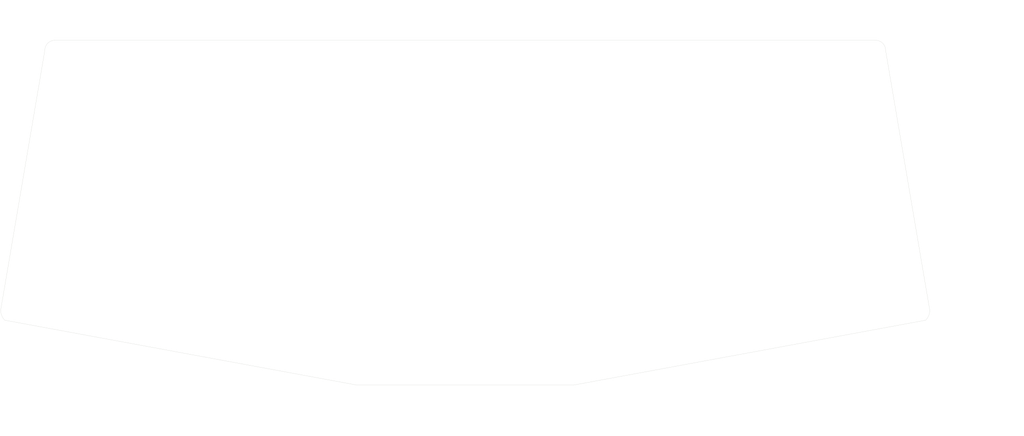
<source format=kicad_pcb>
(kicad_pcb (version 20171130) (host pcbnew "(5.1.10)-1")

  (general
    (thickness 1.6)
    (drawings 13)
    (tracks 0)
    (zones 0)
    (modules 10)
    (nets 1)
  )

  (page A4)
  (layers
    (0 F.Cu signal)
    (31 B.Cu signal)
    (32 B.Adhes user)
    (33 F.Adhes user)
    (34 B.Paste user)
    (35 F.Paste user)
    (36 B.SilkS user)
    (37 F.SilkS user)
    (38 B.Mask user)
    (39 F.Mask user)
    (40 Dwgs.User user)
    (41 Cmts.User user)
    (42 Eco1.User user)
    (43 Eco2.User user)
    (44 Edge.Cuts user)
    (45 Margin user)
    (46 B.CrtYd user)
    (47 F.CrtYd user)
    (48 B.Fab user)
    (49 F.Fab user)
  )

  (setup
    (last_trace_width 0.25)
    (user_trace_width 0.2)
    (user_trace_width 0.5)
    (trace_clearance 0.2)
    (zone_clearance 0.508)
    (zone_45_only no)
    (trace_min 0.2)
    (via_size 0.8)
    (via_drill 0.4)
    (via_min_size 0.4)
    (via_min_drill 0.3)
    (uvia_size 0.3)
    (uvia_drill 0.1)
    (uvias_allowed no)
    (uvia_min_size 0.2)
    (uvia_min_drill 0.1)
    (edge_width 0.05)
    (segment_width 0.2)
    (pcb_text_width 0.3)
    (pcb_text_size 1.5 1.5)
    (mod_edge_width 0.12)
    (mod_text_size 1 1)
    (mod_text_width 0.15)
    (pad_size 4 4)
    (pad_drill 4)
    (pad_to_mask_clearance 0)
    (aux_axis_origin 150 50)
    (visible_elements 7FFFFFFF)
    (pcbplotparams
      (layerselection 0x010fc_ffffffff)
      (usegerberextensions false)
      (usegerberattributes true)
      (usegerberadvancedattributes true)
      (creategerberjobfile true)
      (excludeedgelayer true)
      (linewidth 0.100000)
      (plotframeref false)
      (viasonmask false)
      (mode 1)
      (useauxorigin false)
      (hpglpennumber 1)
      (hpglpenspeed 20)
      (hpglpendiameter 15.000000)
      (psnegative false)
      (psa4output false)
      (plotreference true)
      (plotvalue true)
      (plotinvisibletext false)
      (padsonsilk false)
      (subtractmaskfromsilk false)
      (outputformat 1)
      (mirror false)
      (drillshape 0)
      (scaleselection 1)
      (outputdirectory "Gerber-bottom/"))
  )

  (net 0 "")

  (net_class Default "This is the default net class."
    (clearance 0.2)
    (trace_width 0.25)
    (via_dia 0.8)
    (via_drill 0.4)
    (uvia_dia 0.3)
    (uvia_drill 0.1)
  )

  (module MountingHole:MountingHole_2.2mm_M2_DIN965 (layer F.Cu) (tedit 56D1B4CB) (tstamp 6185179F)
    (at 150 75)
    (descr "Mounting Hole 2.2mm, no annular, M2, DIN965")
    (tags "mounting hole 2.2mm no annular m2 din965")
    (path /61CD75FD)
    (attr virtual)
    (fp_text reference H10 (at 0 -2.9) (layer F.SilkS) hide
      (effects (font (size 1 1) (thickness 0.15)))
    )
    (fp_text value MountingHole (at 0 2.9) (layer F.Fab)
      (effects (font (size 1 1) (thickness 0.15)))
    )
    (fp_circle (center 0 0) (end 1.9 0) (layer Cmts.User) (width 0.15))
    (fp_circle (center 0 0) (end 2.15 0) (layer F.CrtYd) (width 0.05))
    (fp_text user %R (at 0.3 0) (layer F.Fab)
      (effects (font (size 1 1) (thickness 0.15)))
    )
    (pad 1 np_thru_hole circle (at 0 0) (size 2.2 2.2) (drill 2.2) (layers *.Cu *.Mask))
  )

  (module MountingHole:MountingHole_2.2mm_M2_DIN965 (layer F.Cu) (tedit 56D1B4CB) (tstamp 61851797)
    (at 180 62.5)
    (descr "Mounting Hole 2.2mm, no annular, M2, DIN965")
    (tags "mounting hole 2.2mm no annular m2 din965")
    (path /61CD4F3A)
    (attr virtual)
    (fp_text reference H9 (at 0 -2.9) (layer F.SilkS) hide
      (effects (font (size 1 1) (thickness 0.15)))
    )
    (fp_text value MountingHole (at 0 2.9) (layer F.Fab)
      (effects (font (size 1 1) (thickness 0.15)))
    )
    (fp_circle (center 0 0) (end 1.9 0) (layer Cmts.User) (width 0.15))
    (fp_circle (center 0 0) (end 2.15 0) (layer F.CrtYd) (width 0.05))
    (fp_text user %R (at 0.3 0) (layer F.Fab)
      (effects (font (size 1 1) (thickness 0.15)))
    )
    (pad 1 np_thru_hole circle (at 0 0) (size 2.2 2.2) (drill 2.2) (layers *.Cu *.Mask))
  )

  (module MountingHole:MountingHole_2.2mm_M2_DIN965 (layer F.Cu) (tedit 56D1B4CB) (tstamp 6185178F)
    (at 120 62.5)
    (descr "Mounting Hole 2.2mm, no annular, M2, DIN965")
    (tags "mounting hole 2.2mm no annular m2 din965")
    (path /61CD4F26)
    (attr virtual)
    (fp_text reference H8 (at 0 -2.9) (layer F.SilkS) hide
      (effects (font (size 1 1) (thickness 0.15)))
    )
    (fp_text value MountingHole (at 0 2.9) (layer F.Fab)
      (effects (font (size 1 1) (thickness 0.15)))
    )
    (fp_circle (center 0 0) (end 1.9 0) (layer Cmts.User) (width 0.15))
    (fp_circle (center 0 0) (end 2.15 0) (layer F.CrtYd) (width 0.05))
    (fp_text user %R (at 0.3 0) (layer F.Fab)
      (effects (font (size 1 1) (thickness 0.15)))
    )
    (pad 1 np_thru_hole circle (at 0 0) (size 2.2 2.2) (drill 2.2) (layers *.Cu *.Mask))
  )

  (module MountingHole:MountingHole_2.2mm_M2_DIN965 (layer F.Cu) (tedit 56D1B4CB) (tstamp 61851787)
    (at 235 62.5)
    (descr "Mounting Hole 2.2mm, no annular, M2, DIN965")
    (tags "mounting hole 2.2mm no annular m2 din965")
    (path /61CD3A37)
    (attr virtual)
    (fp_text reference H7 (at 0 -2.9) (layer F.SilkS) hide
      (effects (font (size 1 1) (thickness 0.15)))
    )
    (fp_text value MountingHole (at 0 2.9) (layer F.Fab)
      (effects (font (size 1 1) (thickness 0.15)))
    )
    (fp_circle (center 0 0) (end 1.9 0) (layer Cmts.User) (width 0.15))
    (fp_circle (center 0 0) (end 2.15 0) (layer F.CrtYd) (width 0.05))
    (fp_text user %R (at 0.3 0) (layer F.Fab)
      (effects (font (size 1 1) (thickness 0.15)))
    )
    (pad 1 np_thru_hole circle (at 0 0) (size 2.2 2.2) (drill 2.2) (layers *.Cu *.Mask))
  )

  (module MountingHole:MountingHole_2.2mm_M2_DIN965 (layer F.Cu) (tedit 56D1B4CB) (tstamp 6185177F)
    (at 65 62.5)
    (descr "Mounting Hole 2.2mm, no annular, M2, DIN965")
    (tags "mounting hole 2.2mm no annular m2 din965")
    (path /61CD2652)
    (attr virtual)
    (fp_text reference H6 (at 0 -2.9) (layer F.SilkS) hide
      (effects (font (size 1 1) (thickness 0.15)))
    )
    (fp_text value MountingHole (at 0 2.9) (layer F.Fab)
      (effects (font (size 1 1) (thickness 0.15)))
    )
    (fp_circle (center 0 0) (end 1.9 0) (layer Cmts.User) (width 0.15))
    (fp_circle (center 0 0) (end 2.15 0) (layer F.CrtYd) (width 0.05))
    (fp_text user %R (at 0.3 0) (layer F.Fab)
      (effects (font (size 1 1) (thickness 0.15)))
    )
    (pad 1 np_thru_hole circle (at 0 0) (size 2.2 2.2) (drill 2.2) (layers *.Cu *.Mask))
  )

  (module MountingHole:MountingHole_2.2mm_M2_DIN965 (layer F.Cu) (tedit 56D1B4CB) (tstamp 61851777)
    (at 150 142.5)
    (descr "Mounting Hole 2.2mm, no annular, M2, DIN965")
    (tags "mounting hole 2.2mm no annular m2 din965")
    (path /61CD6C03)
    (attr virtual)
    (fp_text reference H5 (at 0 -2.9) (layer F.SilkS) hide
      (effects (font (size 1 1) (thickness 0.15)))
    )
    (fp_text value MountingHole (at 0 2.9) (layer F.Fab)
      (effects (font (size 1 1) (thickness 0.15)))
    )
    (fp_circle (center 0 0) (end 1.9 0) (layer Cmts.User) (width 0.15))
    (fp_circle (center 0 0) (end 2.15 0) (layer F.CrtYd) (width 0.05))
    (fp_text user %R (at 0.3 0) (layer F.Fab)
      (effects (font (size 1 1) (thickness 0.15)))
    )
    (pad 1 np_thru_hole circle (at 0 0) (size 2.2 2.2) (drill 2.2) (layers *.Cu *.Mask))
  )

  (module MountingHole:MountingHole_2.2mm_M2_DIN965 (layer F.Cu) (tedit 56D1B4CB) (tstamp 6185176F)
    (at 245 130)
    (descr "Mounting Hole 2.2mm, no annular, M2, DIN965")
    (tags "mounting hole 2.2mm no annular m2 din965")
    (path /61CD4F30)
    (attr virtual)
    (fp_text reference H4 (at 0 -2.9) (layer F.SilkS) hide
      (effects (font (size 1 1) (thickness 0.15)))
    )
    (fp_text value MountingHole (at 0 2.9) (layer F.Fab)
      (effects (font (size 1 1) (thickness 0.15)))
    )
    (fp_circle (center 0 0) (end 1.9 0) (layer Cmts.User) (width 0.15))
    (fp_circle (center 0 0) (end 2.15 0) (layer F.CrtYd) (width 0.05))
    (fp_text user %R (at 0.3 0) (layer F.Fab)
      (effects (font (size 1 1) (thickness 0.15)))
    )
    (pad 1 np_thru_hole circle (at 0 0) (size 2.2 2.2) (drill 2.2) (layers *.Cu *.Mask))
  )

  (module MountingHole:MountingHole_2.2mm_M2_DIN965 (layer F.Cu) (tedit 56D1B4CB) (tstamp 61851767)
    (at 195 140)
    (descr "Mounting Hole 2.2mm, no annular, M2, DIN965")
    (tags "mounting hole 2.2mm no annular m2 din965")
    (path /61CD455C)
    (attr virtual)
    (fp_text reference H3 (at 0 -2.9) (layer F.SilkS) hide
      (effects (font (size 1 1) (thickness 0.15)))
    )
    (fp_text value MountingHole (at 0 2.9) (layer F.Fab)
      (effects (font (size 1 1) (thickness 0.15)))
    )
    (fp_circle (center 0 0) (end 1.9 0) (layer Cmts.User) (width 0.15))
    (fp_circle (center 0 0) (end 2.15 0) (layer F.CrtYd) (width 0.05))
    (fp_text user %R (at 0.3 0) (layer F.Fab)
      (effects (font (size 1 1) (thickness 0.15)))
    )
    (pad 1 np_thru_hole circle (at 0 0) (size 2.2 2.2) (drill 2.2) (layers *.Cu *.Mask))
  )

  (module MountingHole:MountingHole_2.2mm_M2_DIN965 (layer F.Cu) (tedit 56D1B4CB) (tstamp 6185175F)
    (at 105 140)
    (descr "Mounting Hole 2.2mm, no annular, M2, DIN965")
    (tags "mounting hole 2.2mm no annular m2 din965")
    (path /61CD3085)
    (attr virtual)
    (fp_text reference H2 (at 0 -2.9) (layer F.SilkS) hide
      (effects (font (size 1 1) (thickness 0.15)))
    )
    (fp_text value MountingHole (at 0 2.9) (layer F.Fab)
      (effects (font (size 1 1) (thickness 0.15)))
    )
    (fp_circle (center 0 0) (end 1.9 0) (layer Cmts.User) (width 0.15))
    (fp_circle (center 0 0) (end 2.15 0) (layer F.CrtYd) (width 0.05))
    (fp_text user %R (at 0.3 0) (layer F.Fab)
      (effects (font (size 1 1) (thickness 0.15)))
    )
    (pad 1 np_thru_hole circle (at 0 0) (size 2.2 2.2) (drill 2.2) (layers *.Cu *.Mask))
  )

  (module MountingHole:MountingHole_2.2mm_M2_DIN965 (layer F.Cu) (tedit 56D1B4CB) (tstamp 61851757)
    (at 55 130)
    (descr "Mounting Hole 2.2mm, no annular, M2, DIN965")
    (tags "mounting hole 2.2mm no annular m2 din965")
    (path /61CD1FAE)
    (attr virtual)
    (fp_text reference H1 (at 0 -2.9) (layer F.SilkS) hide
      (effects (font (size 1 1) (thickness 0.15)))
    )
    (fp_text value MountingHole (at 0 2.9) (layer F.Fab)
      (effects (font (size 1 1) (thickness 0.15)))
    )
    (fp_circle (center 0 0) (end 1.9 0) (layer Cmts.User) (width 0.15))
    (fp_circle (center 0 0) (end 2.15 0) (layer F.CrtYd) (width 0.05))
    (fp_text user %R (at 0.3 0) (layer F.Fab)
      (effects (font (size 1 1) (thickness 0.15)))
    )
    (pad 1 np_thru_hole circle (at 0 0) (size 2.2 2.2) (drill 2.2) (layers *.Cu *.Mask))
  )

  (gr_arc (start 252.5 62.5) (end 255 62.5) (angle -90) (layer Edge.Cuts) (width 0.05))
  (gr_arc (start 37.5 127.5) (end 33.964468 127.5) (angle -45) (layer Edge.Cuts) (width 0.05))
  (gr_arc (start 262.5 127.5) (end 264.999999 129.999999) (angle -45) (layer Edge.Cuts) (width 0.05))
  (gr_arc (start 47.5 62.5) (end 47.5 60) (angle -90) (layer Edge.Cuts) (width 0.05))
  (dimension 232.200086 (width 0.15) (layer Dwgs.User)
    (gr_text "232.200 mm" (at 149.97261 159.499989 -0.04935035775) (layer Dwgs.User)
      (effects (font (size 1 1) (thickness 0.15)))
    )
    (feature1 (pts (xy 33.9 127.6) (xy 33.873224 158.686409)))
    (feature2 (pts (xy 266.1 127.8) (xy 266.073224 158.886409)))
    (crossbar (pts (xy 266.07373 158.299989) (xy 33.87373 158.099989)))
    (arrow1a (pts (xy 33.87373 158.099989) (xy 35.000738 157.514539)))
    (arrow1b (pts (xy 33.87373 158.099989) (xy 34.999728 158.68738)))
    (arrow2a (pts (xy 266.07373 158.299989) (xy 264.947732 157.712598)))
    (arrow2b (pts (xy 266.07373 158.299989) (xy 264.946722 158.885439)))
  )
  (dimension 86.250362 (width 0.15) (layer Dwgs.User) (tstamp 61821CE1)
    (gr_text "86.250 mm" (at 285.924456 102.749494 270.1660743) (layer Dwgs.User) (tstamp 61821CE2)
      (effects (font (size 1 1) (thickness 0.15)))
    )
    (feature1 (pts (xy 156.5 146.25) (xy 285.33588 145.876563)))
    (feature2 (pts (xy 156.25 60) (xy 285.08588 59.626563)))
    (crossbar (pts (xy 284.499461 59.628262) (xy 284.749461 145.878262)))
    (arrow1a (pts (xy 284.749461 145.878262) (xy 284.159778 144.753463)))
    (arrow1b (pts (xy 284.749461 145.878262) (xy 285.332614 144.750063)))
    (arrow2a (pts (xy 284.499461 59.628262) (xy 283.916308 60.756461)))
    (arrow2b (pts (xy 284.499461 59.628262) (xy 285.089144 60.753061)))
  )
  (gr_line (start 45 62.5) (end 33.964468 127.5) (layer Edge.Cuts) (width 0.05))
  (gr_line (start 122.894427 146.211146) (end 177.105573 146.211146) (layer Edge.Cuts) (width 0.05) (tstamp 6158D784))
  (gr_line (start 47.5 60) (end 252.5 60) (layer Edge.Cuts) (width 0.05))
  (gr_line (start 35 130) (end 122.894427 146.211146) (layer Edge.Cuts) (width 0.05) (tstamp 6184FFFD))
  (gr_line (start 177.105573 146.211146) (end 265 130) (layer Edge.Cuts) (width 0.05))
  (gr_line (start 255 62.5) (end 266.035532 127.5) (layer Edge.Cuts) (width 0.05) (tstamp 6157A0D6))
  (gr_line (start 150 50) (end 150 150) (layer Dwgs.User) (width 0.15))

)

</source>
